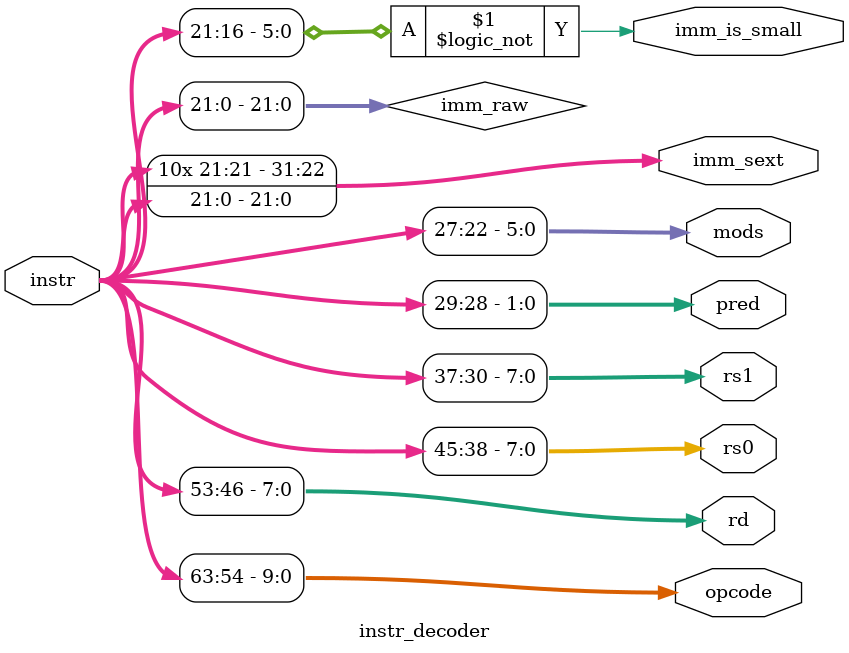
<source format=v>
module instr_decoder (
    input  wire [63:0] instr,      // 64-bit instruction word
    output wire [9:0]  opcode,     // 10-bit opcode
    output wire [7:0]  rd,         // destination register (8-bit)
    output wire [7:0]  rs0,        // source register 0
    output wire [7:0]  rs1,        // source register 1
    output wire [1:0]  pred,       // predicate specifier (2-bit)
    output wire [5:0]  mods,       // modifiers/flags
    output wire [31:0] imm_sext,   // sign-extended immediate (to 32-bit)
    output wire        imm_is_small// immediate fits in 16-bit unsigned
);

// Field extraction (bit positions chosen for alignment and decoder simplicity)
assign opcode = instr[63:54];          // bits 63:54
assign rd     = instr[53:46];          // bits 53:46
assign rs0    = instr[45:38];          // bits 45:38
assign rs1    = instr[37:30];          // bits 37:30
assign pred   = instr[29:28];          // bits 29:28
assign mods   = instr[27:22];          // bits 27:22
wire [21:0] imm_raw = instr[21:0];     // bits 21:0 (22-bit immediate)

// Sign-extend 22-bit immediate to 32-bit for arithmetic/addressing
assign imm_sext = {{10{imm_raw[21]}}, imm_raw}; // replicate sign bit

// Simple helper: does immediate fit in unsigned 16-bit (quick compiler hint)
assign imm_is_small = (imm_raw[21:16] == 6'b0);

endmodule
</source>
